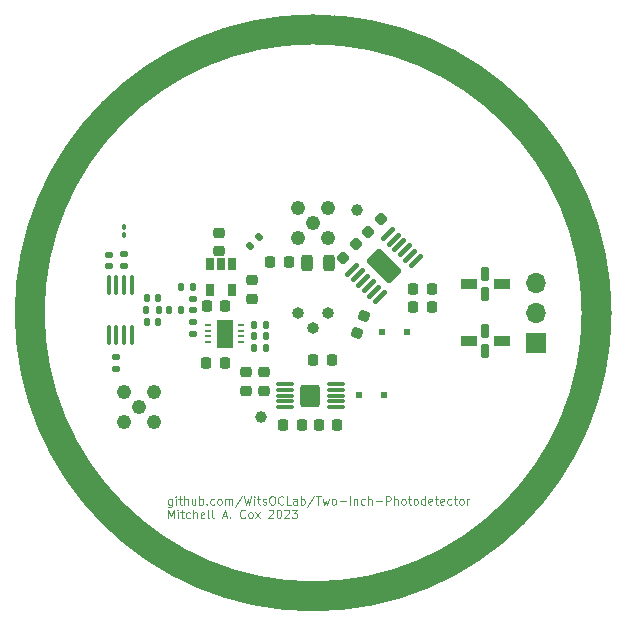
<source format=gts>
%TF.GenerationSoftware,KiCad,Pcbnew,7.0.2*%
%TF.CreationDate,2023-05-30T15:48:39+02:00*%
%TF.ProjectId,oip_opa818,6f69705f-6f70-4613-9831-382e6b696361,rev?*%
%TF.SameCoordinates,Original*%
%TF.FileFunction,Soldermask,Top*%
%TF.FilePolarity,Negative*%
%FSLAX46Y46*%
G04 Gerber Fmt 4.6, Leading zero omitted, Abs format (unit mm)*
G04 Created by KiCad (PCBNEW 7.0.2) date 2023-05-30 15:48:39*
%MOMM*%
%LPD*%
G01*
G04 APERTURE LIST*
G04 Aperture macros list*
%AMRoundRect*
0 Rectangle with rounded corners*
0 $1 Rounding radius*
0 $2 $3 $4 $5 $6 $7 $8 $9 X,Y pos of 4 corners*
0 Add a 4 corners polygon primitive as box body*
4,1,4,$2,$3,$4,$5,$6,$7,$8,$9,$2,$3,0*
0 Add four circle primitives for the rounded corners*
1,1,$1+$1,$2,$3*
1,1,$1+$1,$4,$5*
1,1,$1+$1,$6,$7*
1,1,$1+$1,$8,$9*
0 Add four rect primitives between the rounded corners*
20,1,$1+$1,$2,$3,$4,$5,0*
20,1,$1+$1,$4,$5,$6,$7,0*
20,1,$1+$1,$6,$7,$8,$9,0*
20,1,$1+$1,$8,$9,$2,$3,0*%
G04 Aperture macros list end*
%ADD10C,0.125000*%
%ADD11C,2.500000*%
%ADD12RoundRect,0.135000X-0.185000X0.135000X-0.185000X-0.135000X0.185000X-0.135000X0.185000X0.135000X0*%
%ADD13RoundRect,0.100000X-0.100000X0.130000X-0.100000X-0.130000X0.100000X-0.130000X0.100000X0.130000X0*%
%ADD14RoundRect,0.100000X0.100000X-0.712500X0.100000X0.712500X-0.100000X0.712500X-0.100000X-0.712500X0*%
%ADD15RoundRect,0.135000X-0.035355X0.226274X-0.226274X0.035355X0.035355X-0.226274X0.226274X-0.035355X0*%
%ADD16RoundRect,0.135000X0.185000X-0.135000X0.185000X0.135000X-0.185000X0.135000X-0.185000X-0.135000X0*%
%ADD17RoundRect,0.140000X-0.170000X0.140000X-0.170000X-0.140000X0.170000X-0.140000X0.170000X0.140000X0*%
%ADD18O,1.000000X1.000000*%
%ADD19RoundRect,0.075000X0.650000X0.075000X-0.650000X0.075000X-0.650000X-0.075000X0.650000X-0.075000X0*%
%ADD20RoundRect,0.250000X0.590000X0.690000X-0.590000X0.690000X-0.590000X-0.690000X0.590000X-0.690000X0*%
%ADD21RoundRect,0.100000X-0.371231X-0.512652X0.512652X0.371231X0.371231X0.512652X-0.512652X-0.371231X0*%
%ADD22RoundRect,0.249999X0.424264X-1.237438X1.237438X-0.424264X-0.424264X1.237438X-1.237438X0.424264X0*%
%ADD23RoundRect,0.218750X0.218750X0.256250X-0.218750X0.256250X-0.218750X-0.256250X0.218750X-0.256250X0*%
%ADD24RoundRect,0.218750X0.256250X-0.218750X0.256250X0.218750X-0.256250X0.218750X-0.256250X-0.218750X0*%
%ADD25RoundRect,0.218750X-0.218750X-0.256250X0.218750X-0.256250X0.218750X0.256250X-0.218750X0.256250X0*%
%ADD26RoundRect,0.218750X0.165979X-0.293200X0.315613X0.117915X-0.165979X0.293200X-0.315613X-0.117915X0*%
%ADD27RoundRect,0.218750X0.026517X-0.335876X0.335876X-0.026517X-0.026517X0.335876X-0.335876X0.026517X0*%
%ADD28R,0.500000X0.500000*%
%ADD29RoundRect,0.243750X0.243750X0.456250X-0.243750X0.456250X-0.243750X-0.456250X0.243750X-0.456250X0*%
%ADD30RoundRect,0.218750X-0.026517X0.335876X-0.335876X0.026517X0.026517X-0.335876X0.335876X-0.026517X0*%
%ADD31RoundRect,0.147500X-0.147500X-0.172500X0.147500X-0.172500X0.147500X0.172500X-0.147500X0.172500X0*%
%ADD32R,0.600000X0.250000*%
%ADD33R,1.450000X2.400000*%
%ADD34RoundRect,0.218750X-0.256250X0.218750X-0.256250X-0.218750X0.256250X-0.218750X0.256250X0.218750X0*%
%ADD35RoundRect,0.225000X0.250000X-0.225000X0.250000X0.225000X-0.250000X0.225000X-0.250000X-0.225000X0*%
%ADD36R,0.650000X1.060000*%
%ADD37RoundRect,0.225000X-0.225000X-0.250000X0.225000X-0.250000X0.225000X0.250000X-0.225000X0.250000X0*%
%ADD38RoundRect,0.135000X0.135000X0.185000X-0.135000X0.185000X-0.135000X-0.185000X0.135000X-0.185000X0*%
%ADD39RoundRect,0.135000X-0.135000X-0.185000X0.135000X-0.185000X0.135000X0.185000X-0.135000X0.185000X0*%
%ADD40RoundRect,0.040000X0.660000X0.360000X-0.660000X0.360000X-0.660000X-0.360000X0.660000X-0.360000X0*%
%ADD41RoundRect,0.030000X0.270000X0.520000X-0.270000X0.520000X-0.270000X-0.520000X0.270000X-0.520000X0*%
%ADD42RoundRect,0.140000X0.140000X0.170000X-0.140000X0.170000X-0.140000X-0.170000X0.140000X-0.170000X0*%
%ADD43RoundRect,0.040000X-0.660000X-0.360000X0.660000X-0.360000X0.660000X0.360000X-0.660000X0.360000X0*%
%ADD44RoundRect,0.030000X-0.270000X-0.520000X0.270000X-0.520000X0.270000X0.520000X-0.270000X0.520000X0*%
%ADD45C,1.240000*%
%ADD46C,1.000000*%
%ADD47R,1.700000X1.700000*%
%ADD48O,1.700000X1.700000*%
G04 APERTURE END LIST*
D10*
X138033066Y-115763266D02*
X138033066Y-116329933D01*
X138033066Y-116329933D02*
X137999733Y-116396600D01*
X137999733Y-116396600D02*
X137966400Y-116429933D01*
X137966400Y-116429933D02*
X137899733Y-116463266D01*
X137899733Y-116463266D02*
X137799733Y-116463266D01*
X137799733Y-116463266D02*
X137733066Y-116429933D01*
X138033066Y-116196600D02*
X137966400Y-116229933D01*
X137966400Y-116229933D02*
X137833066Y-116229933D01*
X137833066Y-116229933D02*
X137766400Y-116196600D01*
X137766400Y-116196600D02*
X137733066Y-116163266D01*
X137733066Y-116163266D02*
X137699733Y-116096600D01*
X137699733Y-116096600D02*
X137699733Y-115896600D01*
X137699733Y-115896600D02*
X137733066Y-115829933D01*
X137733066Y-115829933D02*
X137766400Y-115796600D01*
X137766400Y-115796600D02*
X137833066Y-115763266D01*
X137833066Y-115763266D02*
X137966400Y-115763266D01*
X137966400Y-115763266D02*
X138033066Y-115796600D01*
X138366399Y-116229933D02*
X138366399Y-115763266D01*
X138366399Y-115529933D02*
X138333066Y-115563266D01*
X138333066Y-115563266D02*
X138366399Y-115596600D01*
X138366399Y-115596600D02*
X138399733Y-115563266D01*
X138399733Y-115563266D02*
X138366399Y-115529933D01*
X138366399Y-115529933D02*
X138366399Y-115596600D01*
X138599732Y-115763266D02*
X138866399Y-115763266D01*
X138699732Y-115529933D02*
X138699732Y-116129933D01*
X138699732Y-116129933D02*
X138733066Y-116196600D01*
X138733066Y-116196600D02*
X138799732Y-116229933D01*
X138799732Y-116229933D02*
X138866399Y-116229933D01*
X139099732Y-116229933D02*
X139099732Y-115529933D01*
X139399732Y-116229933D02*
X139399732Y-115863266D01*
X139399732Y-115863266D02*
X139366399Y-115796600D01*
X139366399Y-115796600D02*
X139299732Y-115763266D01*
X139299732Y-115763266D02*
X139199732Y-115763266D01*
X139199732Y-115763266D02*
X139133066Y-115796600D01*
X139133066Y-115796600D02*
X139099732Y-115829933D01*
X140033065Y-115763266D02*
X140033065Y-116229933D01*
X139733065Y-115763266D02*
X139733065Y-116129933D01*
X139733065Y-116129933D02*
X139766399Y-116196600D01*
X139766399Y-116196600D02*
X139833065Y-116229933D01*
X139833065Y-116229933D02*
X139933065Y-116229933D01*
X139933065Y-116229933D02*
X139999732Y-116196600D01*
X139999732Y-116196600D02*
X140033065Y-116163266D01*
X140366398Y-116229933D02*
X140366398Y-115529933D01*
X140366398Y-115796600D02*
X140433065Y-115763266D01*
X140433065Y-115763266D02*
X140566398Y-115763266D01*
X140566398Y-115763266D02*
X140633065Y-115796600D01*
X140633065Y-115796600D02*
X140666398Y-115829933D01*
X140666398Y-115829933D02*
X140699732Y-115896600D01*
X140699732Y-115896600D02*
X140699732Y-116096600D01*
X140699732Y-116096600D02*
X140666398Y-116163266D01*
X140666398Y-116163266D02*
X140633065Y-116196600D01*
X140633065Y-116196600D02*
X140566398Y-116229933D01*
X140566398Y-116229933D02*
X140433065Y-116229933D01*
X140433065Y-116229933D02*
X140366398Y-116196600D01*
X140999731Y-116163266D02*
X141033065Y-116196600D01*
X141033065Y-116196600D02*
X140999731Y-116229933D01*
X140999731Y-116229933D02*
X140966398Y-116196600D01*
X140966398Y-116196600D02*
X140999731Y-116163266D01*
X140999731Y-116163266D02*
X140999731Y-116229933D01*
X141633064Y-116196600D02*
X141566398Y-116229933D01*
X141566398Y-116229933D02*
X141433064Y-116229933D01*
X141433064Y-116229933D02*
X141366398Y-116196600D01*
X141366398Y-116196600D02*
X141333064Y-116163266D01*
X141333064Y-116163266D02*
X141299731Y-116096600D01*
X141299731Y-116096600D02*
X141299731Y-115896600D01*
X141299731Y-115896600D02*
X141333064Y-115829933D01*
X141333064Y-115829933D02*
X141366398Y-115796600D01*
X141366398Y-115796600D02*
X141433064Y-115763266D01*
X141433064Y-115763266D02*
X141566398Y-115763266D01*
X141566398Y-115763266D02*
X141633064Y-115796600D01*
X142033064Y-116229933D02*
X141966398Y-116196600D01*
X141966398Y-116196600D02*
X141933064Y-116163266D01*
X141933064Y-116163266D02*
X141899731Y-116096600D01*
X141899731Y-116096600D02*
X141899731Y-115896600D01*
X141899731Y-115896600D02*
X141933064Y-115829933D01*
X141933064Y-115829933D02*
X141966398Y-115796600D01*
X141966398Y-115796600D02*
X142033064Y-115763266D01*
X142033064Y-115763266D02*
X142133064Y-115763266D01*
X142133064Y-115763266D02*
X142199731Y-115796600D01*
X142199731Y-115796600D02*
X142233064Y-115829933D01*
X142233064Y-115829933D02*
X142266398Y-115896600D01*
X142266398Y-115896600D02*
X142266398Y-116096600D01*
X142266398Y-116096600D02*
X142233064Y-116163266D01*
X142233064Y-116163266D02*
X142199731Y-116196600D01*
X142199731Y-116196600D02*
X142133064Y-116229933D01*
X142133064Y-116229933D02*
X142033064Y-116229933D01*
X142566397Y-116229933D02*
X142566397Y-115763266D01*
X142566397Y-115829933D02*
X142599731Y-115796600D01*
X142599731Y-115796600D02*
X142666397Y-115763266D01*
X142666397Y-115763266D02*
X142766397Y-115763266D01*
X142766397Y-115763266D02*
X142833064Y-115796600D01*
X142833064Y-115796600D02*
X142866397Y-115863266D01*
X142866397Y-115863266D02*
X142866397Y-116229933D01*
X142866397Y-115863266D02*
X142899731Y-115796600D01*
X142899731Y-115796600D02*
X142966397Y-115763266D01*
X142966397Y-115763266D02*
X143066397Y-115763266D01*
X143066397Y-115763266D02*
X143133064Y-115796600D01*
X143133064Y-115796600D02*
X143166397Y-115863266D01*
X143166397Y-115863266D02*
X143166397Y-116229933D01*
X143999730Y-115496600D02*
X143399730Y-116396600D01*
X144166397Y-115529933D02*
X144333063Y-116229933D01*
X144333063Y-116229933D02*
X144466397Y-115729933D01*
X144466397Y-115729933D02*
X144599730Y-116229933D01*
X144599730Y-116229933D02*
X144766397Y-115529933D01*
X145033063Y-116229933D02*
X145033063Y-115763266D01*
X145033063Y-115529933D02*
X144999730Y-115563266D01*
X144999730Y-115563266D02*
X145033063Y-115596600D01*
X145033063Y-115596600D02*
X145066397Y-115563266D01*
X145066397Y-115563266D02*
X145033063Y-115529933D01*
X145033063Y-115529933D02*
X145033063Y-115596600D01*
X145266396Y-115763266D02*
X145533063Y-115763266D01*
X145366396Y-115529933D02*
X145366396Y-116129933D01*
X145366396Y-116129933D02*
X145399730Y-116196600D01*
X145399730Y-116196600D02*
X145466396Y-116229933D01*
X145466396Y-116229933D02*
X145533063Y-116229933D01*
X145733063Y-116196600D02*
X145799730Y-116229933D01*
X145799730Y-116229933D02*
X145933063Y-116229933D01*
X145933063Y-116229933D02*
X145999730Y-116196600D01*
X145999730Y-116196600D02*
X146033063Y-116129933D01*
X146033063Y-116129933D02*
X146033063Y-116096600D01*
X146033063Y-116096600D02*
X145999730Y-116029933D01*
X145999730Y-116029933D02*
X145933063Y-115996600D01*
X145933063Y-115996600D02*
X145833063Y-115996600D01*
X145833063Y-115996600D02*
X145766396Y-115963266D01*
X145766396Y-115963266D02*
X145733063Y-115896600D01*
X145733063Y-115896600D02*
X145733063Y-115863266D01*
X145733063Y-115863266D02*
X145766396Y-115796600D01*
X145766396Y-115796600D02*
X145833063Y-115763266D01*
X145833063Y-115763266D02*
X145933063Y-115763266D01*
X145933063Y-115763266D02*
X145999730Y-115796600D01*
X146466397Y-115529933D02*
X146599730Y-115529933D01*
X146599730Y-115529933D02*
X146666397Y-115563266D01*
X146666397Y-115563266D02*
X146733063Y-115629933D01*
X146733063Y-115629933D02*
X146766397Y-115763266D01*
X146766397Y-115763266D02*
X146766397Y-115996600D01*
X146766397Y-115996600D02*
X146733063Y-116129933D01*
X146733063Y-116129933D02*
X146666397Y-116196600D01*
X146666397Y-116196600D02*
X146599730Y-116229933D01*
X146599730Y-116229933D02*
X146466397Y-116229933D01*
X146466397Y-116229933D02*
X146399730Y-116196600D01*
X146399730Y-116196600D02*
X146333063Y-116129933D01*
X146333063Y-116129933D02*
X146299730Y-115996600D01*
X146299730Y-115996600D02*
X146299730Y-115763266D01*
X146299730Y-115763266D02*
X146333063Y-115629933D01*
X146333063Y-115629933D02*
X146399730Y-115563266D01*
X146399730Y-115563266D02*
X146466397Y-115529933D01*
X147466396Y-116163266D02*
X147433063Y-116196600D01*
X147433063Y-116196600D02*
X147333063Y-116229933D01*
X147333063Y-116229933D02*
X147266396Y-116229933D01*
X147266396Y-116229933D02*
X147166396Y-116196600D01*
X147166396Y-116196600D02*
X147099730Y-116129933D01*
X147099730Y-116129933D02*
X147066396Y-116063266D01*
X147066396Y-116063266D02*
X147033063Y-115929933D01*
X147033063Y-115929933D02*
X147033063Y-115829933D01*
X147033063Y-115829933D02*
X147066396Y-115696600D01*
X147066396Y-115696600D02*
X147099730Y-115629933D01*
X147099730Y-115629933D02*
X147166396Y-115563266D01*
X147166396Y-115563266D02*
X147266396Y-115529933D01*
X147266396Y-115529933D02*
X147333063Y-115529933D01*
X147333063Y-115529933D02*
X147433063Y-115563266D01*
X147433063Y-115563266D02*
X147466396Y-115596600D01*
X148099730Y-116229933D02*
X147766396Y-116229933D01*
X147766396Y-116229933D02*
X147766396Y-115529933D01*
X148633063Y-116229933D02*
X148633063Y-115863266D01*
X148633063Y-115863266D02*
X148599730Y-115796600D01*
X148599730Y-115796600D02*
X148533063Y-115763266D01*
X148533063Y-115763266D02*
X148399730Y-115763266D01*
X148399730Y-115763266D02*
X148333063Y-115796600D01*
X148633063Y-116196600D02*
X148566397Y-116229933D01*
X148566397Y-116229933D02*
X148399730Y-116229933D01*
X148399730Y-116229933D02*
X148333063Y-116196600D01*
X148333063Y-116196600D02*
X148299730Y-116129933D01*
X148299730Y-116129933D02*
X148299730Y-116063266D01*
X148299730Y-116063266D02*
X148333063Y-115996600D01*
X148333063Y-115996600D02*
X148399730Y-115963266D01*
X148399730Y-115963266D02*
X148566397Y-115963266D01*
X148566397Y-115963266D02*
X148633063Y-115929933D01*
X148966396Y-116229933D02*
X148966396Y-115529933D01*
X148966396Y-115796600D02*
X149033063Y-115763266D01*
X149033063Y-115763266D02*
X149166396Y-115763266D01*
X149166396Y-115763266D02*
X149233063Y-115796600D01*
X149233063Y-115796600D02*
X149266396Y-115829933D01*
X149266396Y-115829933D02*
X149299730Y-115896600D01*
X149299730Y-115896600D02*
X149299730Y-116096600D01*
X149299730Y-116096600D02*
X149266396Y-116163266D01*
X149266396Y-116163266D02*
X149233063Y-116196600D01*
X149233063Y-116196600D02*
X149166396Y-116229933D01*
X149166396Y-116229933D02*
X149033063Y-116229933D01*
X149033063Y-116229933D02*
X148966396Y-116196600D01*
X150099729Y-115496600D02*
X149499729Y-116396600D01*
X150233062Y-115529933D02*
X150633062Y-115529933D01*
X150433062Y-116229933D02*
X150433062Y-115529933D01*
X150799729Y-115763266D02*
X150933062Y-116229933D01*
X150933062Y-116229933D02*
X151066395Y-115896600D01*
X151066395Y-115896600D02*
X151199729Y-116229933D01*
X151199729Y-116229933D02*
X151333062Y-115763266D01*
X151699728Y-116229933D02*
X151633062Y-116196600D01*
X151633062Y-116196600D02*
X151599728Y-116163266D01*
X151599728Y-116163266D02*
X151566395Y-116096600D01*
X151566395Y-116096600D02*
X151566395Y-115896600D01*
X151566395Y-115896600D02*
X151599728Y-115829933D01*
X151599728Y-115829933D02*
X151633062Y-115796600D01*
X151633062Y-115796600D02*
X151699728Y-115763266D01*
X151699728Y-115763266D02*
X151799728Y-115763266D01*
X151799728Y-115763266D02*
X151866395Y-115796600D01*
X151866395Y-115796600D02*
X151899728Y-115829933D01*
X151899728Y-115829933D02*
X151933062Y-115896600D01*
X151933062Y-115896600D02*
X151933062Y-116096600D01*
X151933062Y-116096600D02*
X151899728Y-116163266D01*
X151899728Y-116163266D02*
X151866395Y-116196600D01*
X151866395Y-116196600D02*
X151799728Y-116229933D01*
X151799728Y-116229933D02*
X151699728Y-116229933D01*
X152233061Y-115963266D02*
X152766395Y-115963266D01*
X153099728Y-116229933D02*
X153099728Y-115529933D01*
X153433061Y-115763266D02*
X153433061Y-116229933D01*
X153433061Y-115829933D02*
X153466395Y-115796600D01*
X153466395Y-115796600D02*
X153533061Y-115763266D01*
X153533061Y-115763266D02*
X153633061Y-115763266D01*
X153633061Y-115763266D02*
X153699728Y-115796600D01*
X153699728Y-115796600D02*
X153733061Y-115863266D01*
X153733061Y-115863266D02*
X153733061Y-116229933D01*
X154366394Y-116196600D02*
X154299728Y-116229933D01*
X154299728Y-116229933D02*
X154166394Y-116229933D01*
X154166394Y-116229933D02*
X154099728Y-116196600D01*
X154099728Y-116196600D02*
X154066394Y-116163266D01*
X154066394Y-116163266D02*
X154033061Y-116096600D01*
X154033061Y-116096600D02*
X154033061Y-115896600D01*
X154033061Y-115896600D02*
X154066394Y-115829933D01*
X154066394Y-115829933D02*
X154099728Y-115796600D01*
X154099728Y-115796600D02*
X154166394Y-115763266D01*
X154166394Y-115763266D02*
X154299728Y-115763266D01*
X154299728Y-115763266D02*
X154366394Y-115796600D01*
X154666394Y-116229933D02*
X154666394Y-115529933D01*
X154966394Y-116229933D02*
X154966394Y-115863266D01*
X154966394Y-115863266D02*
X154933061Y-115796600D01*
X154933061Y-115796600D02*
X154866394Y-115763266D01*
X154866394Y-115763266D02*
X154766394Y-115763266D01*
X154766394Y-115763266D02*
X154699728Y-115796600D01*
X154699728Y-115796600D02*
X154666394Y-115829933D01*
X155299727Y-115963266D02*
X155833061Y-115963266D01*
X156166394Y-116229933D02*
X156166394Y-115529933D01*
X156166394Y-115529933D02*
X156433061Y-115529933D01*
X156433061Y-115529933D02*
X156499728Y-115563266D01*
X156499728Y-115563266D02*
X156533061Y-115596600D01*
X156533061Y-115596600D02*
X156566394Y-115663266D01*
X156566394Y-115663266D02*
X156566394Y-115763266D01*
X156566394Y-115763266D02*
X156533061Y-115829933D01*
X156533061Y-115829933D02*
X156499728Y-115863266D01*
X156499728Y-115863266D02*
X156433061Y-115896600D01*
X156433061Y-115896600D02*
X156166394Y-115896600D01*
X156866394Y-116229933D02*
X156866394Y-115529933D01*
X157166394Y-116229933D02*
X157166394Y-115863266D01*
X157166394Y-115863266D02*
X157133061Y-115796600D01*
X157133061Y-115796600D02*
X157066394Y-115763266D01*
X157066394Y-115763266D02*
X156966394Y-115763266D01*
X156966394Y-115763266D02*
X156899728Y-115796600D01*
X156899728Y-115796600D02*
X156866394Y-115829933D01*
X157599727Y-116229933D02*
X157533061Y-116196600D01*
X157533061Y-116196600D02*
X157499727Y-116163266D01*
X157499727Y-116163266D02*
X157466394Y-116096600D01*
X157466394Y-116096600D02*
X157466394Y-115896600D01*
X157466394Y-115896600D02*
X157499727Y-115829933D01*
X157499727Y-115829933D02*
X157533061Y-115796600D01*
X157533061Y-115796600D02*
X157599727Y-115763266D01*
X157599727Y-115763266D02*
X157699727Y-115763266D01*
X157699727Y-115763266D02*
X157766394Y-115796600D01*
X157766394Y-115796600D02*
X157799727Y-115829933D01*
X157799727Y-115829933D02*
X157833061Y-115896600D01*
X157833061Y-115896600D02*
X157833061Y-116096600D01*
X157833061Y-116096600D02*
X157799727Y-116163266D01*
X157799727Y-116163266D02*
X157766394Y-116196600D01*
X157766394Y-116196600D02*
X157699727Y-116229933D01*
X157699727Y-116229933D02*
X157599727Y-116229933D01*
X158033060Y-115763266D02*
X158299727Y-115763266D01*
X158133060Y-115529933D02*
X158133060Y-116129933D01*
X158133060Y-116129933D02*
X158166394Y-116196600D01*
X158166394Y-116196600D02*
X158233060Y-116229933D01*
X158233060Y-116229933D02*
X158299727Y-116229933D01*
X158633060Y-116229933D02*
X158566394Y-116196600D01*
X158566394Y-116196600D02*
X158533060Y-116163266D01*
X158533060Y-116163266D02*
X158499727Y-116096600D01*
X158499727Y-116096600D02*
X158499727Y-115896600D01*
X158499727Y-115896600D02*
X158533060Y-115829933D01*
X158533060Y-115829933D02*
X158566394Y-115796600D01*
X158566394Y-115796600D02*
X158633060Y-115763266D01*
X158633060Y-115763266D02*
X158733060Y-115763266D01*
X158733060Y-115763266D02*
X158799727Y-115796600D01*
X158799727Y-115796600D02*
X158833060Y-115829933D01*
X158833060Y-115829933D02*
X158866394Y-115896600D01*
X158866394Y-115896600D02*
X158866394Y-116096600D01*
X158866394Y-116096600D02*
X158833060Y-116163266D01*
X158833060Y-116163266D02*
X158799727Y-116196600D01*
X158799727Y-116196600D02*
X158733060Y-116229933D01*
X158733060Y-116229933D02*
X158633060Y-116229933D01*
X159466393Y-116229933D02*
X159466393Y-115529933D01*
X159466393Y-116196600D02*
X159399727Y-116229933D01*
X159399727Y-116229933D02*
X159266393Y-116229933D01*
X159266393Y-116229933D02*
X159199727Y-116196600D01*
X159199727Y-116196600D02*
X159166393Y-116163266D01*
X159166393Y-116163266D02*
X159133060Y-116096600D01*
X159133060Y-116096600D02*
X159133060Y-115896600D01*
X159133060Y-115896600D02*
X159166393Y-115829933D01*
X159166393Y-115829933D02*
X159199727Y-115796600D01*
X159199727Y-115796600D02*
X159266393Y-115763266D01*
X159266393Y-115763266D02*
X159399727Y-115763266D01*
X159399727Y-115763266D02*
X159466393Y-115796600D01*
X160066393Y-116196600D02*
X159999726Y-116229933D01*
X159999726Y-116229933D02*
X159866393Y-116229933D01*
X159866393Y-116229933D02*
X159799726Y-116196600D01*
X159799726Y-116196600D02*
X159766393Y-116129933D01*
X159766393Y-116129933D02*
X159766393Y-115863266D01*
X159766393Y-115863266D02*
X159799726Y-115796600D01*
X159799726Y-115796600D02*
X159866393Y-115763266D01*
X159866393Y-115763266D02*
X159999726Y-115763266D01*
X159999726Y-115763266D02*
X160066393Y-115796600D01*
X160066393Y-115796600D02*
X160099726Y-115863266D01*
X160099726Y-115863266D02*
X160099726Y-115929933D01*
X160099726Y-115929933D02*
X159766393Y-115996600D01*
X160299726Y-115763266D02*
X160566393Y-115763266D01*
X160399726Y-115529933D02*
X160399726Y-116129933D01*
X160399726Y-116129933D02*
X160433060Y-116196600D01*
X160433060Y-116196600D02*
X160499726Y-116229933D01*
X160499726Y-116229933D02*
X160566393Y-116229933D01*
X161066393Y-116196600D02*
X160999726Y-116229933D01*
X160999726Y-116229933D02*
X160866393Y-116229933D01*
X160866393Y-116229933D02*
X160799726Y-116196600D01*
X160799726Y-116196600D02*
X160766393Y-116129933D01*
X160766393Y-116129933D02*
X160766393Y-115863266D01*
X160766393Y-115863266D02*
X160799726Y-115796600D01*
X160799726Y-115796600D02*
X160866393Y-115763266D01*
X160866393Y-115763266D02*
X160999726Y-115763266D01*
X160999726Y-115763266D02*
X161066393Y-115796600D01*
X161066393Y-115796600D02*
X161099726Y-115863266D01*
X161099726Y-115863266D02*
X161099726Y-115929933D01*
X161099726Y-115929933D02*
X160766393Y-115996600D01*
X161699726Y-116196600D02*
X161633060Y-116229933D01*
X161633060Y-116229933D02*
X161499726Y-116229933D01*
X161499726Y-116229933D02*
X161433060Y-116196600D01*
X161433060Y-116196600D02*
X161399726Y-116163266D01*
X161399726Y-116163266D02*
X161366393Y-116096600D01*
X161366393Y-116096600D02*
X161366393Y-115896600D01*
X161366393Y-115896600D02*
X161399726Y-115829933D01*
X161399726Y-115829933D02*
X161433060Y-115796600D01*
X161433060Y-115796600D02*
X161499726Y-115763266D01*
X161499726Y-115763266D02*
X161633060Y-115763266D01*
X161633060Y-115763266D02*
X161699726Y-115796600D01*
X161899726Y-115763266D02*
X162166393Y-115763266D01*
X161999726Y-115529933D02*
X161999726Y-116129933D01*
X161999726Y-116129933D02*
X162033060Y-116196600D01*
X162033060Y-116196600D02*
X162099726Y-116229933D01*
X162099726Y-116229933D02*
X162166393Y-116229933D01*
X162499726Y-116229933D02*
X162433060Y-116196600D01*
X162433060Y-116196600D02*
X162399726Y-116163266D01*
X162399726Y-116163266D02*
X162366393Y-116096600D01*
X162366393Y-116096600D02*
X162366393Y-115896600D01*
X162366393Y-115896600D02*
X162399726Y-115829933D01*
X162399726Y-115829933D02*
X162433060Y-115796600D01*
X162433060Y-115796600D02*
X162499726Y-115763266D01*
X162499726Y-115763266D02*
X162599726Y-115763266D01*
X162599726Y-115763266D02*
X162666393Y-115796600D01*
X162666393Y-115796600D02*
X162699726Y-115829933D01*
X162699726Y-115829933D02*
X162733060Y-115896600D01*
X162733060Y-115896600D02*
X162733060Y-116096600D01*
X162733060Y-116096600D02*
X162699726Y-116163266D01*
X162699726Y-116163266D02*
X162666393Y-116196600D01*
X162666393Y-116196600D02*
X162599726Y-116229933D01*
X162599726Y-116229933D02*
X162499726Y-116229933D01*
X163033059Y-116229933D02*
X163033059Y-115763266D01*
X163033059Y-115896600D02*
X163066393Y-115829933D01*
X163066393Y-115829933D02*
X163099726Y-115796600D01*
X163099726Y-115796600D02*
X163166393Y-115763266D01*
X163166393Y-115763266D02*
X163233059Y-115763266D01*
X137733066Y-117363933D02*
X137733066Y-116663933D01*
X137733066Y-116663933D02*
X137966400Y-117163933D01*
X137966400Y-117163933D02*
X138199733Y-116663933D01*
X138199733Y-116663933D02*
X138199733Y-117363933D01*
X138533066Y-117363933D02*
X138533066Y-116897266D01*
X138533066Y-116663933D02*
X138499733Y-116697266D01*
X138499733Y-116697266D02*
X138533066Y-116730600D01*
X138533066Y-116730600D02*
X138566400Y-116697266D01*
X138566400Y-116697266D02*
X138533066Y-116663933D01*
X138533066Y-116663933D02*
X138533066Y-116730600D01*
X138766399Y-116897266D02*
X139033066Y-116897266D01*
X138866399Y-116663933D02*
X138866399Y-117263933D01*
X138866399Y-117263933D02*
X138899733Y-117330600D01*
X138899733Y-117330600D02*
X138966399Y-117363933D01*
X138966399Y-117363933D02*
X139033066Y-117363933D01*
X139566399Y-117330600D02*
X139499733Y-117363933D01*
X139499733Y-117363933D02*
X139366399Y-117363933D01*
X139366399Y-117363933D02*
X139299733Y-117330600D01*
X139299733Y-117330600D02*
X139266399Y-117297266D01*
X139266399Y-117297266D02*
X139233066Y-117230600D01*
X139233066Y-117230600D02*
X139233066Y-117030600D01*
X139233066Y-117030600D02*
X139266399Y-116963933D01*
X139266399Y-116963933D02*
X139299733Y-116930600D01*
X139299733Y-116930600D02*
X139366399Y-116897266D01*
X139366399Y-116897266D02*
X139499733Y-116897266D01*
X139499733Y-116897266D02*
X139566399Y-116930600D01*
X139866399Y-117363933D02*
X139866399Y-116663933D01*
X140166399Y-117363933D02*
X140166399Y-116997266D01*
X140166399Y-116997266D02*
X140133066Y-116930600D01*
X140133066Y-116930600D02*
X140066399Y-116897266D01*
X140066399Y-116897266D02*
X139966399Y-116897266D01*
X139966399Y-116897266D02*
X139899733Y-116930600D01*
X139899733Y-116930600D02*
X139866399Y-116963933D01*
X140766399Y-117330600D02*
X140699732Y-117363933D01*
X140699732Y-117363933D02*
X140566399Y-117363933D01*
X140566399Y-117363933D02*
X140499732Y-117330600D01*
X140499732Y-117330600D02*
X140466399Y-117263933D01*
X140466399Y-117263933D02*
X140466399Y-116997266D01*
X140466399Y-116997266D02*
X140499732Y-116930600D01*
X140499732Y-116930600D02*
X140566399Y-116897266D01*
X140566399Y-116897266D02*
X140699732Y-116897266D01*
X140699732Y-116897266D02*
X140766399Y-116930600D01*
X140766399Y-116930600D02*
X140799732Y-116997266D01*
X140799732Y-116997266D02*
X140799732Y-117063933D01*
X140799732Y-117063933D02*
X140466399Y-117130600D01*
X141199732Y-117363933D02*
X141133066Y-117330600D01*
X141133066Y-117330600D02*
X141099732Y-117263933D01*
X141099732Y-117263933D02*
X141099732Y-116663933D01*
X141566399Y-117363933D02*
X141499733Y-117330600D01*
X141499733Y-117330600D02*
X141466399Y-117263933D01*
X141466399Y-117263933D02*
X141466399Y-116663933D01*
X142333066Y-117163933D02*
X142666399Y-117163933D01*
X142266399Y-117363933D02*
X142499733Y-116663933D01*
X142499733Y-116663933D02*
X142733066Y-117363933D01*
X142966399Y-117297266D02*
X142999733Y-117330600D01*
X142999733Y-117330600D02*
X142966399Y-117363933D01*
X142966399Y-117363933D02*
X142933066Y-117330600D01*
X142933066Y-117330600D02*
X142966399Y-117297266D01*
X142966399Y-117297266D02*
X142966399Y-117363933D01*
X144233065Y-117297266D02*
X144199732Y-117330600D01*
X144199732Y-117330600D02*
X144099732Y-117363933D01*
X144099732Y-117363933D02*
X144033065Y-117363933D01*
X144033065Y-117363933D02*
X143933065Y-117330600D01*
X143933065Y-117330600D02*
X143866399Y-117263933D01*
X143866399Y-117263933D02*
X143833065Y-117197266D01*
X143833065Y-117197266D02*
X143799732Y-117063933D01*
X143799732Y-117063933D02*
X143799732Y-116963933D01*
X143799732Y-116963933D02*
X143833065Y-116830600D01*
X143833065Y-116830600D02*
X143866399Y-116763933D01*
X143866399Y-116763933D02*
X143933065Y-116697266D01*
X143933065Y-116697266D02*
X144033065Y-116663933D01*
X144033065Y-116663933D02*
X144099732Y-116663933D01*
X144099732Y-116663933D02*
X144199732Y-116697266D01*
X144199732Y-116697266D02*
X144233065Y-116730600D01*
X144633065Y-117363933D02*
X144566399Y-117330600D01*
X144566399Y-117330600D02*
X144533065Y-117297266D01*
X144533065Y-117297266D02*
X144499732Y-117230600D01*
X144499732Y-117230600D02*
X144499732Y-117030600D01*
X144499732Y-117030600D02*
X144533065Y-116963933D01*
X144533065Y-116963933D02*
X144566399Y-116930600D01*
X144566399Y-116930600D02*
X144633065Y-116897266D01*
X144633065Y-116897266D02*
X144733065Y-116897266D01*
X144733065Y-116897266D02*
X144799732Y-116930600D01*
X144799732Y-116930600D02*
X144833065Y-116963933D01*
X144833065Y-116963933D02*
X144866399Y-117030600D01*
X144866399Y-117030600D02*
X144866399Y-117230600D01*
X144866399Y-117230600D02*
X144833065Y-117297266D01*
X144833065Y-117297266D02*
X144799732Y-117330600D01*
X144799732Y-117330600D02*
X144733065Y-117363933D01*
X144733065Y-117363933D02*
X144633065Y-117363933D01*
X145099732Y-117363933D02*
X145466398Y-116897266D01*
X145099732Y-116897266D02*
X145466398Y-117363933D01*
X146233065Y-116730600D02*
X146266398Y-116697266D01*
X146266398Y-116697266D02*
X146333065Y-116663933D01*
X146333065Y-116663933D02*
X146499732Y-116663933D01*
X146499732Y-116663933D02*
X146566398Y-116697266D01*
X146566398Y-116697266D02*
X146599732Y-116730600D01*
X146599732Y-116730600D02*
X146633065Y-116797266D01*
X146633065Y-116797266D02*
X146633065Y-116863933D01*
X146633065Y-116863933D02*
X146599732Y-116963933D01*
X146599732Y-116963933D02*
X146199732Y-117363933D01*
X146199732Y-117363933D02*
X146633065Y-117363933D01*
X147066399Y-116663933D02*
X147133065Y-116663933D01*
X147133065Y-116663933D02*
X147199732Y-116697266D01*
X147199732Y-116697266D02*
X147233065Y-116730600D01*
X147233065Y-116730600D02*
X147266399Y-116797266D01*
X147266399Y-116797266D02*
X147299732Y-116930600D01*
X147299732Y-116930600D02*
X147299732Y-117097266D01*
X147299732Y-117097266D02*
X147266399Y-117230600D01*
X147266399Y-117230600D02*
X147233065Y-117297266D01*
X147233065Y-117297266D02*
X147199732Y-117330600D01*
X147199732Y-117330600D02*
X147133065Y-117363933D01*
X147133065Y-117363933D02*
X147066399Y-117363933D01*
X147066399Y-117363933D02*
X146999732Y-117330600D01*
X146999732Y-117330600D02*
X146966399Y-117297266D01*
X146966399Y-117297266D02*
X146933065Y-117230600D01*
X146933065Y-117230600D02*
X146899732Y-117097266D01*
X146899732Y-117097266D02*
X146899732Y-116930600D01*
X146899732Y-116930600D02*
X146933065Y-116797266D01*
X146933065Y-116797266D02*
X146966399Y-116730600D01*
X146966399Y-116730600D02*
X146999732Y-116697266D01*
X146999732Y-116697266D02*
X147066399Y-116663933D01*
X147566399Y-116730600D02*
X147599732Y-116697266D01*
X147599732Y-116697266D02*
X147666399Y-116663933D01*
X147666399Y-116663933D02*
X147833066Y-116663933D01*
X147833066Y-116663933D02*
X147899732Y-116697266D01*
X147899732Y-116697266D02*
X147933066Y-116730600D01*
X147933066Y-116730600D02*
X147966399Y-116797266D01*
X147966399Y-116797266D02*
X147966399Y-116863933D01*
X147966399Y-116863933D02*
X147933066Y-116963933D01*
X147933066Y-116963933D02*
X147533066Y-117363933D01*
X147533066Y-117363933D02*
X147966399Y-117363933D01*
X148199733Y-116663933D02*
X148633066Y-116663933D01*
X148633066Y-116663933D02*
X148399733Y-116930600D01*
X148399733Y-116930600D02*
X148499733Y-116930600D01*
X148499733Y-116930600D02*
X148566399Y-116963933D01*
X148566399Y-116963933D02*
X148599733Y-116997266D01*
X148599733Y-116997266D02*
X148633066Y-117063933D01*
X148633066Y-117063933D02*
X148633066Y-117230600D01*
X148633066Y-117230600D02*
X148599733Y-117297266D01*
X148599733Y-117297266D02*
X148566399Y-117330600D01*
X148566399Y-117330600D02*
X148499733Y-117363933D01*
X148499733Y-117363933D02*
X148299733Y-117363933D01*
X148299733Y-117363933D02*
X148233066Y-117330600D01*
X148233066Y-117330600D02*
X148199733Y-117297266D01*
D11*
X174000000Y-100000000D02*
G75*
G03*
X174000000Y-100000000I-24000000J0D01*
G01*
D12*
X134010400Y-95044800D03*
X134010400Y-96064800D03*
D13*
X134010400Y-92745600D03*
X134010400Y-93385600D03*
D14*
X132679800Y-101883700D03*
X133329800Y-101883700D03*
X133979800Y-101883700D03*
X134629800Y-101883700D03*
X134629800Y-97658700D03*
X133979800Y-97658700D03*
X133329800Y-97658700D03*
X132679800Y-97658700D03*
D15*
X145403777Y-93596223D03*
X144682529Y-94317471D03*
D16*
X133350000Y-104751600D03*
X133350000Y-103731600D03*
D17*
X132689600Y-95074800D03*
X132689600Y-96034800D03*
D18*
X148750000Y-100000000D03*
X150020000Y-101270000D03*
X151290000Y-100000000D03*
D19*
X151900000Y-108000000D03*
X151900000Y-107500000D03*
X151900000Y-107000000D03*
X151900000Y-106500000D03*
X151900000Y-106000000D03*
X147600000Y-106000000D03*
X147600000Y-106500000D03*
X147600000Y-107000000D03*
X147600000Y-107500000D03*
X147600000Y-108000000D03*
D20*
X149750000Y-107000000D03*
D21*
X153330672Y-96371231D03*
X153790291Y-96830850D03*
X154249911Y-97290470D03*
X154709530Y-97750089D03*
X155169150Y-98209709D03*
X155628769Y-98669328D03*
X158669328Y-95628769D03*
X158209709Y-95169150D03*
X157750089Y-94709530D03*
X157290470Y-94249911D03*
X156830850Y-93790291D03*
X156371231Y-93330672D03*
D22*
X156000000Y-96000000D03*
D23*
X152037500Y-109500000D03*
X150462500Y-109500000D03*
X147937500Y-95700000D03*
X146362500Y-95700000D03*
D24*
X144300000Y-106587500D03*
X144300000Y-105012500D03*
D25*
X147462500Y-109500000D03*
X149037500Y-109500000D03*
D23*
X142537500Y-104250000D03*
X140962500Y-104250000D03*
D26*
X153730659Y-101740008D03*
X154269341Y-100259992D03*
D25*
X158462500Y-99500000D03*
X160037500Y-99500000D03*
D27*
X154643153Y-93156847D03*
X155756847Y-92043153D03*
D28*
X157988000Y-101600000D03*
X155788000Y-101600000D03*
D29*
X151337500Y-95800000D03*
X149462500Y-95800000D03*
D24*
X145800000Y-106587500D03*
X145800000Y-105012500D03*
D30*
X153600000Y-94200000D03*
X152486306Y-95313694D03*
D31*
X145015000Y-102000000D03*
X145985000Y-102000000D03*
D25*
X158462500Y-98000000D03*
X160037500Y-98000000D03*
D31*
X145015000Y-103000000D03*
X145985000Y-103000000D03*
X145015000Y-101000000D03*
X145985000Y-101000000D03*
D32*
X143900000Y-102500000D03*
X143900000Y-102000000D03*
X143900000Y-101500000D03*
X143900000Y-101000000D03*
X141100000Y-101000000D03*
X141100000Y-101500000D03*
X141100000Y-102000000D03*
X141100000Y-102500000D03*
D33*
X142500000Y-101750000D03*
D34*
X144800000Y-97212500D03*
X144800000Y-98787500D03*
D35*
X142000000Y-94775000D03*
X142000000Y-93225000D03*
D36*
X143150000Y-95900000D03*
X142200000Y-95900000D03*
X141250000Y-95900000D03*
X141250000Y-98100000D03*
X143150000Y-98100000D03*
D37*
X141025000Y-99400000D03*
X142575000Y-99400000D03*
D23*
X151587500Y-104000000D03*
X150012500Y-104000000D03*
D28*
X153840000Y-106934000D03*
X156040000Y-106934000D03*
D38*
X139803600Y-97840800D03*
X138783600Y-97840800D03*
D39*
X137818400Y-99771200D03*
X138838400Y-99771200D03*
D40*
X166017000Y-97536000D03*
D41*
X164592000Y-98386000D03*
X164592000Y-96686000D03*
D40*
X163167000Y-97536000D03*
D42*
X136878000Y-98755200D03*
X135918000Y-98755200D03*
D12*
X139801600Y-100734400D03*
X139801600Y-101754400D03*
D39*
X135888000Y-99771200D03*
X136908000Y-99771200D03*
D17*
X139801600Y-98834000D03*
X139801600Y-99794000D03*
D42*
X136878000Y-100787200D03*
X135918000Y-100787200D03*
D43*
X163167000Y-102362000D03*
D44*
X164592000Y-101512000D03*
X164592000Y-103212000D03*
D43*
X166017000Y-102362000D03*
D45*
X135280400Y-107950000D03*
X134010400Y-106680000D03*
X134010400Y-109220000D03*
X136550400Y-106680000D03*
X136550400Y-109220000D03*
X150000000Y-92400000D03*
X151270000Y-91130000D03*
X151270000Y-93670000D03*
X148730000Y-91130000D03*
X148730000Y-93670000D03*
D46*
X153750000Y-91250000D03*
X145550000Y-108800000D03*
D47*
X168910000Y-102540000D03*
D48*
X168910000Y-100000000D03*
X168910000Y-97460000D03*
M02*

</source>
